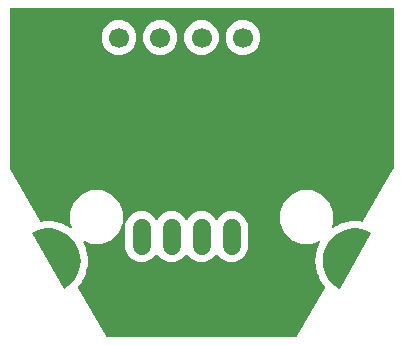
<source format=gbr>
G04 EAGLE Gerber RS-274X export*
G75*
%MOMM*%
%FSLAX34Y34*%
%LPD*%
%INTop Copper*%
%IPPOS*%
%AMOC8*
5,1,8,0,0,1.08239X$1,22.5*%
G01*
%ADD10C,1.700000*%
%ADD11C,1.524000*%
%ADD12C,1.000000*%

G36*
X254062Y11802D02*
X254062Y11802D01*
X254130Y11803D01*
X254183Y11821D01*
X254238Y11830D01*
X254298Y11862D01*
X254362Y11885D01*
X254406Y11919D01*
X254456Y11946D01*
X254502Y11995D01*
X254555Y12036D01*
X254602Y12100D01*
X254625Y12124D01*
X254634Y12143D01*
X254655Y12171D01*
X278468Y53419D01*
X278480Y53449D01*
X278498Y53476D01*
X278523Y53564D01*
X278555Y53649D01*
X278557Y53682D01*
X278565Y53713D01*
X278561Y53804D01*
X278564Y53895D01*
X278555Y53926D01*
X278554Y53958D01*
X278501Y54118D01*
X278472Y54180D01*
X278468Y54187D01*
X278465Y54195D01*
X278376Y54337D01*
X276978Y56088D01*
X276972Y56093D01*
X276968Y56101D01*
X276847Y56217D01*
X276519Y56468D01*
X276138Y57127D01*
X276117Y57153D01*
X276074Y57221D01*
X275599Y57816D01*
X275485Y58213D01*
X275481Y58221D01*
X275480Y58229D01*
X275413Y58383D01*
X274292Y60322D01*
X274286Y60329D01*
X274283Y60337D01*
X274181Y60470D01*
X273894Y60768D01*
X273616Y61476D01*
X273599Y61504D01*
X273566Y61578D01*
X273186Y62237D01*
X273132Y62647D01*
X273129Y62655D01*
X273129Y62663D01*
X273086Y62825D01*
X272266Y64910D01*
X272262Y64918D01*
X272260Y64926D01*
X272179Y65073D01*
X271939Y65410D01*
X271770Y66151D01*
X271757Y66182D01*
X271736Y66260D01*
X271458Y66968D01*
X271466Y67382D01*
X271464Y67390D01*
X271466Y67398D01*
X271447Y67565D01*
X270947Y69749D01*
X270944Y69757D01*
X270943Y69765D01*
X270885Y69923D01*
X270698Y70291D01*
X270641Y71050D01*
X270634Y71082D01*
X270624Y71163D01*
X270455Y71904D01*
X270524Y72312D01*
X270524Y72320D01*
X270527Y72329D01*
X270532Y72496D01*
X270364Y74730D01*
X270362Y74738D01*
X270363Y74747D01*
X270328Y74911D01*
X270199Y75304D01*
X270256Y76062D01*
X270253Y76095D01*
X270255Y76176D01*
X270198Y76935D01*
X270327Y77327D01*
X270329Y77336D01*
X270333Y77344D01*
X270363Y77509D01*
X270530Y79742D01*
X270529Y79751D01*
X270531Y79759D01*
X270521Y79927D01*
X270452Y80334D01*
X270621Y81076D01*
X270623Y81109D01*
X270638Y81189D01*
X270695Y81947D01*
X270881Y82316D01*
X270883Y82324D01*
X270888Y82331D01*
X270943Y82490D01*
X271441Y84674D01*
X271442Y84683D01*
X271445Y84691D01*
X271460Y84858D01*
X271452Y85271D01*
X271730Y85979D01*
X271737Y86011D01*
X271763Y86088D01*
X271932Y86830D01*
X272172Y87167D01*
X272175Y87175D01*
X272181Y87181D01*
X272259Y87329D01*
X273077Y89415D01*
X273079Y89423D01*
X273083Y89431D01*
X273123Y89594D01*
X273177Y90004D01*
X273557Y90663D01*
X273569Y90693D01*
X273606Y90765D01*
X273884Y91473D01*
X273890Y91479D01*
X273941Y91554D01*
X273999Y91623D01*
X274011Y91654D01*
X274030Y91682D01*
X274055Y91769D01*
X274087Y91853D01*
X274088Y91886D01*
X274098Y91918D01*
X274094Y92008D01*
X274097Y92099D01*
X274088Y92131D01*
X274087Y92164D01*
X274054Y92248D01*
X274029Y92335D01*
X274010Y92362D01*
X273998Y92393D01*
X273940Y92463D01*
X273889Y92537D01*
X273862Y92557D01*
X273841Y92582D01*
X273764Y92630D01*
X273691Y92684D01*
X273660Y92694D01*
X273631Y92712D01*
X273543Y92732D01*
X273457Y92760D01*
X273424Y92760D01*
X273392Y92767D01*
X273302Y92758D01*
X273211Y92757D01*
X273171Y92746D01*
X273147Y92743D01*
X273118Y92730D01*
X273050Y92711D01*
X267397Y90369D01*
X258383Y90369D01*
X250054Y93819D01*
X243679Y100194D01*
X240229Y108523D01*
X240229Y117537D01*
X243679Y125866D01*
X250054Y132241D01*
X258383Y135691D01*
X267397Y135691D01*
X275726Y132241D01*
X282101Y125866D01*
X285551Y117537D01*
X285551Y108523D01*
X284041Y104879D01*
X284035Y104853D01*
X284023Y104829D01*
X284007Y104733D01*
X283985Y104639D01*
X283988Y104613D01*
X283983Y104586D01*
X283999Y104491D01*
X284008Y104394D01*
X284019Y104370D01*
X284024Y104344D01*
X284069Y104258D01*
X284108Y104170D01*
X284126Y104150D01*
X284139Y104126D01*
X284209Y104060D01*
X284275Y103988D01*
X284298Y103976D01*
X284318Y103957D01*
X284405Y103917D01*
X284490Y103870D01*
X284517Y103865D01*
X284541Y103854D01*
X284637Y103843D01*
X284732Y103826D01*
X284759Y103830D01*
X284785Y103827D01*
X284880Y103848D01*
X284976Y103862D01*
X284999Y103874D01*
X285026Y103880D01*
X285174Y103959D01*
X285915Y104464D01*
X285921Y104470D01*
X285929Y104474D01*
X286053Y104586D01*
X286329Y104894D01*
X287014Y105225D01*
X287041Y105243D01*
X287113Y105281D01*
X287741Y105710D01*
X288146Y105795D01*
X288154Y105798D01*
X288162Y105798D01*
X288321Y105854D01*
X290338Y106827D01*
X290345Y106832D01*
X290354Y106834D01*
X290494Y106926D01*
X290812Y107190D01*
X291539Y107415D01*
X291569Y107429D01*
X291645Y107456D01*
X292330Y107787D01*
X292743Y107810D01*
X292751Y107812D01*
X292760Y107811D01*
X292925Y107843D01*
X295065Y108504D01*
X295073Y108507D01*
X295081Y108509D01*
X295082Y108509D01*
X295085Y108510D01*
X295233Y108579D01*
X295587Y108793D01*
X296340Y108906D01*
X296371Y108916D01*
X296451Y108932D01*
X297177Y109156D01*
X297589Y109117D01*
X297598Y109118D01*
X297606Y109116D01*
X297774Y109123D01*
X299989Y109457D01*
X299997Y109460D01*
X300005Y109460D01*
X300166Y109507D01*
X300548Y109665D01*
X301309Y109665D01*
X301342Y109671D01*
X301422Y109674D01*
X302175Y109788D01*
X302576Y109688D01*
X302585Y109687D01*
X302592Y109684D01*
X302759Y109666D01*
X304999Y109667D01*
X305008Y109668D01*
X305016Y109667D01*
X305183Y109689D01*
X305584Y109789D01*
X306336Y109675D01*
X306369Y109676D01*
X306449Y109667D01*
X307210Y109667D01*
X307592Y109509D01*
X307601Y109507D01*
X307608Y109503D01*
X307770Y109460D01*
X309985Y109127D01*
X309994Y109127D01*
X310002Y109124D01*
X310170Y109122D01*
X310262Y109130D01*
X310293Y109138D01*
X310325Y109139D01*
X310412Y109169D01*
X310500Y109193D01*
X310527Y109210D01*
X310557Y109221D01*
X310629Y109277D01*
X310706Y109327D01*
X310726Y109353D01*
X310751Y109372D01*
X310850Y109507D01*
X336427Y153810D01*
X336468Y153917D01*
X336511Y154024D01*
X336512Y154034D01*
X336514Y154040D01*
X336515Y154062D01*
X336529Y154190D01*
X336529Y289708D01*
X336526Y289728D01*
X336528Y289747D01*
X336506Y289849D01*
X336490Y289951D01*
X336480Y289968D01*
X336476Y289988D01*
X336423Y290077D01*
X336374Y290168D01*
X336360Y290182D01*
X336350Y290199D01*
X336271Y290266D01*
X336196Y290338D01*
X336178Y290346D01*
X336163Y290359D01*
X336067Y290398D01*
X335973Y290441D01*
X335953Y290443D01*
X335935Y290451D01*
X335768Y290469D01*
X12212Y290469D01*
X12192Y290466D01*
X12173Y290468D01*
X12071Y290446D01*
X11969Y290430D01*
X11952Y290420D01*
X11932Y290416D01*
X11843Y290363D01*
X11752Y290314D01*
X11738Y290300D01*
X11721Y290290D01*
X11654Y290211D01*
X11582Y290136D01*
X11574Y290118D01*
X11561Y290103D01*
X11522Y290007D01*
X11479Y289913D01*
X11477Y289893D01*
X11469Y289875D01*
X11451Y289708D01*
X11451Y154190D01*
X11469Y154077D01*
X11485Y153963D01*
X11489Y153954D01*
X11490Y153948D01*
X11501Y153928D01*
X11553Y153810D01*
X37130Y109507D01*
X37150Y109483D01*
X37164Y109454D01*
X37228Y109388D01*
X37286Y109317D01*
X37313Y109300D01*
X37335Y109277D01*
X37416Y109235D01*
X37494Y109186D01*
X37525Y109179D01*
X37554Y109164D01*
X37718Y109130D01*
X37810Y109122D01*
X37819Y109122D01*
X37827Y109120D01*
X37995Y109127D01*
X40210Y109460D01*
X40218Y109462D01*
X40227Y109463D01*
X40388Y109509D01*
X40770Y109667D01*
X41531Y109667D01*
X41563Y109672D01*
X41644Y109675D01*
X42396Y109789D01*
X42797Y109689D01*
X42806Y109688D01*
X42814Y109685D01*
X42981Y109667D01*
X45221Y109666D01*
X45229Y109667D01*
X45238Y109666D01*
X45404Y109688D01*
X45805Y109788D01*
X46558Y109674D01*
X46591Y109674D01*
X46671Y109665D01*
X47432Y109665D01*
X47814Y109507D01*
X47822Y109505D01*
X47829Y109500D01*
X47991Y109457D01*
X50206Y109123D01*
X50215Y109123D01*
X50223Y109120D01*
X50391Y109117D01*
X50803Y109156D01*
X51529Y108932D01*
X51562Y108927D01*
X51640Y108906D01*
X52393Y108793D01*
X52747Y108579D01*
X52755Y108576D01*
X52761Y108570D01*
X52915Y108504D01*
X55055Y107843D01*
X55064Y107841D01*
X55072Y107838D01*
X55237Y107810D01*
X55650Y107787D01*
X56335Y107456D01*
X56367Y107447D01*
X56441Y107415D01*
X57168Y107190D01*
X57486Y106926D01*
X57494Y106922D01*
X57499Y106916D01*
X57642Y106827D01*
X59659Y105854D01*
X59668Y105852D01*
X59675Y105847D01*
X59834Y105795D01*
X60239Y105710D01*
X60867Y105281D01*
X60897Y105268D01*
X60966Y105225D01*
X61651Y104894D01*
X61927Y104586D01*
X61933Y104580D01*
X61938Y104573D01*
X62065Y104464D01*
X62806Y103959D01*
X62831Y103947D01*
X62851Y103930D01*
X62941Y103896D01*
X63029Y103855D01*
X63056Y103852D01*
X63081Y103842D01*
X63177Y103838D01*
X63274Y103827D01*
X63300Y103833D01*
X63326Y103832D01*
X63420Y103859D01*
X63514Y103879D01*
X63537Y103893D01*
X63563Y103900D01*
X63642Y103955D01*
X63725Y104005D01*
X63743Y104025D01*
X63765Y104040D01*
X63823Y104118D01*
X63886Y104192D01*
X63896Y104216D01*
X63912Y104238D01*
X63942Y104330D01*
X63978Y104420D01*
X63979Y104446D01*
X63988Y104472D01*
X63987Y104569D01*
X63993Y104665D01*
X63986Y104691D01*
X63985Y104718D01*
X63939Y104879D01*
X62429Y108523D01*
X62429Y117537D01*
X65879Y125866D01*
X72254Y132241D01*
X80583Y135691D01*
X89597Y135691D01*
X97926Y132241D01*
X104301Y125866D01*
X107751Y117537D01*
X107751Y108523D01*
X104301Y100194D01*
X97926Y93819D01*
X89597Y90369D01*
X80583Y90369D01*
X74930Y92711D01*
X74842Y92731D01*
X74756Y92760D01*
X74723Y92759D01*
X74690Y92767D01*
X74600Y92758D01*
X74510Y92758D01*
X74479Y92747D01*
X74445Y92744D01*
X74363Y92707D01*
X74278Y92678D01*
X74251Y92657D01*
X74221Y92644D01*
X74154Y92583D01*
X74083Y92528D01*
X74064Y92500D01*
X74039Y92477D01*
X73996Y92398D01*
X73946Y92323D01*
X73937Y92291D01*
X73921Y92262D01*
X73905Y92173D01*
X73881Y92086D01*
X73883Y92053D01*
X73877Y92020D01*
X73890Y91931D01*
X73896Y91841D01*
X73908Y91810D01*
X73913Y91777D01*
X73954Y91696D01*
X73988Y91612D01*
X74014Y91579D01*
X74024Y91557D01*
X74047Y91535D01*
X74090Y91480D01*
X74096Y91473D01*
X74374Y90765D01*
X74390Y90737D01*
X74423Y90663D01*
X74803Y90004D01*
X74857Y89594D01*
X74859Y89585D01*
X74859Y89577D01*
X74903Y89415D01*
X75721Y87329D01*
X75725Y87322D01*
X75727Y87314D01*
X75808Y87167D01*
X76048Y86830D01*
X76217Y86088D01*
X76229Y86057D01*
X76250Y85979D01*
X76528Y85271D01*
X76520Y84858D01*
X76521Y84849D01*
X76520Y84841D01*
X76539Y84674D01*
X77037Y82490D01*
X77040Y82482D01*
X77041Y82473D01*
X77099Y82316D01*
X77285Y81947D01*
X77342Y81189D01*
X77350Y81157D01*
X77359Y81076D01*
X77528Y80334D01*
X77459Y79927D01*
X77459Y79918D01*
X77456Y79910D01*
X77450Y79742D01*
X77617Y77509D01*
X77619Y77500D01*
X77618Y77492D01*
X77652Y77327D01*
X77782Y76935D01*
X77725Y76176D01*
X77727Y76143D01*
X77724Y76062D01*
X77781Y75304D01*
X77652Y74911D01*
X77650Y74903D01*
X77647Y74895D01*
X77616Y74730D01*
X77448Y72496D01*
X77448Y72488D01*
X77446Y72479D01*
X77456Y72312D01*
X77525Y71904D01*
X77356Y71163D01*
X77354Y71130D01*
X77339Y71050D01*
X77282Y70292D01*
X77095Y69923D01*
X77093Y69914D01*
X77088Y69907D01*
X77033Y69749D01*
X76533Y67565D01*
X76533Y67557D01*
X76530Y67549D01*
X76514Y67381D01*
X76522Y66968D01*
X76244Y66260D01*
X76237Y66228D01*
X76210Y66151D01*
X76041Y65410D01*
X75801Y65073D01*
X75798Y65065D01*
X75792Y65059D01*
X75714Y64910D01*
X74894Y62825D01*
X74893Y62817D01*
X74888Y62809D01*
X74848Y62647D01*
X74794Y62237D01*
X74414Y61578D01*
X74402Y61547D01*
X74364Y61476D01*
X74086Y60768D01*
X73799Y60470D01*
X73794Y60463D01*
X73788Y60458D01*
X73688Y60322D01*
X72568Y58383D01*
X72564Y58375D01*
X72559Y58368D01*
X72495Y58213D01*
X72381Y57816D01*
X71906Y57221D01*
X71890Y57192D01*
X71842Y57127D01*
X71461Y56468D01*
X71133Y56217D01*
X71127Y56211D01*
X71120Y56206D01*
X71002Y56088D01*
X69604Y54337D01*
X69600Y54329D01*
X69594Y54323D01*
X69508Y54180D01*
X69479Y54118D01*
X69471Y54086D01*
X69455Y54058D01*
X69438Y53968D01*
X69414Y53880D01*
X69416Y53848D01*
X69410Y53816D01*
X69423Y53726D01*
X69428Y53635D01*
X69440Y53605D01*
X69444Y53573D01*
X69512Y53419D01*
X93325Y12171D01*
X93368Y12119D01*
X93403Y12061D01*
X93445Y12025D01*
X93481Y11981D01*
X93538Y11945D01*
X93590Y11901D01*
X93642Y11880D01*
X93689Y11850D01*
X93755Y11834D01*
X93818Y11809D01*
X93897Y11800D01*
X93929Y11793D01*
X93949Y11795D01*
X93985Y11791D01*
X253995Y11791D01*
X254062Y11802D01*
G37*
%LPC*%
G36*
X120462Y75183D02*
X120462Y75183D01*
X115420Y77272D01*
X111562Y81130D01*
X109473Y86172D01*
X109473Y106868D01*
X111562Y111910D01*
X115420Y115768D01*
X120462Y117857D01*
X125918Y117857D01*
X130960Y115768D01*
X134818Y111910D01*
X135187Y111021D01*
X135224Y110960D01*
X135254Y110895D01*
X135289Y110856D01*
X135316Y110812D01*
X135372Y110766D01*
X135420Y110713D01*
X135466Y110688D01*
X135506Y110655D01*
X135573Y110629D01*
X135636Y110595D01*
X135687Y110586D01*
X135735Y110567D01*
X135807Y110564D01*
X135878Y110551D01*
X135929Y110559D01*
X135981Y110557D01*
X136050Y110576D01*
X136121Y110587D01*
X136167Y110611D01*
X136217Y110625D01*
X136276Y110666D01*
X136340Y110698D01*
X136377Y110736D01*
X136419Y110765D01*
X136462Y110823D01*
X136512Y110874D01*
X136547Y110937D01*
X136566Y110963D01*
X136574Y110985D01*
X136593Y111021D01*
X136962Y111910D01*
X140820Y115768D01*
X145862Y117857D01*
X151318Y117857D01*
X156360Y115768D01*
X160218Y111910D01*
X160587Y111021D01*
X160624Y110960D01*
X160654Y110895D01*
X160689Y110856D01*
X160716Y110812D01*
X160772Y110766D01*
X160820Y110713D01*
X160866Y110688D01*
X160906Y110655D01*
X160973Y110629D01*
X161036Y110595D01*
X161087Y110586D01*
X161135Y110567D01*
X161207Y110564D01*
X161278Y110551D01*
X161329Y110559D01*
X161381Y110557D01*
X161450Y110576D01*
X161521Y110587D01*
X161567Y110611D01*
X161617Y110625D01*
X161676Y110666D01*
X161740Y110698D01*
X161777Y110736D01*
X161819Y110765D01*
X161862Y110823D01*
X161912Y110874D01*
X161947Y110937D01*
X161966Y110963D01*
X161974Y110985D01*
X161993Y111021D01*
X162362Y111910D01*
X166220Y115768D01*
X171262Y117857D01*
X176718Y117857D01*
X181760Y115768D01*
X185618Y111910D01*
X185987Y111021D01*
X186024Y110960D01*
X186054Y110895D01*
X186089Y110856D01*
X186116Y110812D01*
X186172Y110766D01*
X186220Y110713D01*
X186266Y110688D01*
X186306Y110655D01*
X186373Y110629D01*
X186436Y110595D01*
X186487Y110586D01*
X186535Y110567D01*
X186607Y110564D01*
X186678Y110551D01*
X186729Y110559D01*
X186781Y110557D01*
X186850Y110576D01*
X186921Y110587D01*
X186967Y110611D01*
X187017Y110625D01*
X187076Y110666D01*
X187140Y110698D01*
X187177Y110736D01*
X187219Y110765D01*
X187262Y110823D01*
X187312Y110874D01*
X187347Y110937D01*
X187366Y110963D01*
X187374Y110985D01*
X187393Y111021D01*
X187762Y111910D01*
X191620Y115768D01*
X196662Y117857D01*
X202118Y117857D01*
X207160Y115768D01*
X211018Y111910D01*
X213107Y106868D01*
X213107Y86172D01*
X211018Y81130D01*
X207160Y77272D01*
X202118Y75183D01*
X196662Y75183D01*
X191620Y77272D01*
X187762Y81130D01*
X187393Y82019D01*
X187356Y82080D01*
X187326Y82145D01*
X187291Y82184D01*
X187264Y82228D01*
X187209Y82274D01*
X187160Y82327D01*
X187114Y82352D01*
X187074Y82385D01*
X187007Y82411D01*
X186944Y82445D01*
X186893Y82454D01*
X186845Y82473D01*
X186773Y82476D01*
X186702Y82489D01*
X186651Y82481D01*
X186599Y82483D01*
X186530Y82464D01*
X186459Y82453D01*
X186413Y82429D01*
X186363Y82415D01*
X186304Y82374D01*
X186240Y82342D01*
X186203Y82304D01*
X186161Y82275D01*
X186118Y82217D01*
X186068Y82166D01*
X186033Y82103D01*
X186014Y82077D01*
X186007Y82055D01*
X185987Y82019D01*
X185618Y81130D01*
X181760Y77272D01*
X176718Y75183D01*
X171262Y75183D01*
X166220Y77272D01*
X162362Y81130D01*
X161993Y82019D01*
X161956Y82080D01*
X161926Y82145D01*
X161891Y82184D01*
X161864Y82228D01*
X161809Y82274D01*
X161760Y82327D01*
X161714Y82352D01*
X161674Y82385D01*
X161607Y82411D01*
X161544Y82445D01*
X161493Y82454D01*
X161445Y82473D01*
X161373Y82476D01*
X161302Y82489D01*
X161251Y82481D01*
X161199Y82483D01*
X161130Y82464D01*
X161059Y82453D01*
X161013Y82429D01*
X160963Y82415D01*
X160904Y82374D01*
X160840Y82342D01*
X160803Y82304D01*
X160761Y82275D01*
X160718Y82217D01*
X160668Y82166D01*
X160633Y82103D01*
X160614Y82077D01*
X160607Y82055D01*
X160587Y82019D01*
X160218Y81130D01*
X156360Y77272D01*
X151318Y75183D01*
X145862Y75183D01*
X140820Y77272D01*
X136962Y81130D01*
X136593Y82019D01*
X136556Y82080D01*
X136526Y82145D01*
X136491Y82184D01*
X136464Y82228D01*
X136409Y82274D01*
X136360Y82327D01*
X136314Y82352D01*
X136274Y82385D01*
X136207Y82411D01*
X136144Y82445D01*
X136093Y82454D01*
X136045Y82473D01*
X135973Y82476D01*
X135902Y82489D01*
X135851Y82481D01*
X135799Y82483D01*
X135730Y82464D01*
X135659Y82453D01*
X135613Y82429D01*
X135563Y82415D01*
X135504Y82374D01*
X135440Y82342D01*
X135403Y82304D01*
X135361Y82275D01*
X135318Y82217D01*
X135268Y82166D01*
X135233Y82103D01*
X135214Y82077D01*
X135207Y82055D01*
X135187Y82019D01*
X134818Y81130D01*
X130960Y77272D01*
X125918Y75183D01*
X120462Y75183D01*
G37*
%LPD*%
G36*
X290418Y52241D02*
X290418Y52241D01*
X290491Y52241D01*
X290516Y52252D01*
X290543Y52255D01*
X290607Y52291D01*
X290674Y52319D01*
X290693Y52339D01*
X290716Y52352D01*
X290784Y52433D01*
X290812Y52463D01*
X290815Y52472D01*
X290822Y52481D01*
X317822Y99281D01*
X317831Y99306D01*
X317847Y99329D01*
X317862Y99400D01*
X317886Y99469D01*
X317883Y99496D01*
X317889Y99523D01*
X317876Y99594D01*
X317870Y99667D01*
X317857Y99692D01*
X317852Y99718D01*
X317812Y99779D01*
X317778Y99844D01*
X317757Y99861D01*
X317742Y99884D01*
X317656Y99945D01*
X317625Y99970D01*
X317616Y99973D01*
X317606Y99980D01*
X313968Y101731D01*
X313937Y101738D01*
X313899Y101758D01*
X310040Y102947D01*
X310008Y102950D01*
X309967Y102963D01*
X305974Y103564D01*
X305943Y103562D01*
X305900Y103569D01*
X301862Y103568D01*
X301831Y103562D01*
X301788Y103562D01*
X297796Y102959D01*
X297766Y102948D01*
X297723Y102943D01*
X293865Y101751D01*
X293837Y101736D01*
X293796Y101724D01*
X290158Y99971D01*
X290133Y99952D01*
X290094Y99934D01*
X286758Y97658D01*
X286736Y97635D01*
X286700Y97612D01*
X283741Y94864D01*
X283722Y94839D01*
X283690Y94810D01*
X281174Y91652D01*
X281159Y91624D01*
X281132Y91590D01*
X279114Y88093D01*
X279104Y88063D01*
X279082Y88026D01*
X277608Y84267D01*
X277602Y84235D01*
X277586Y84195D01*
X276689Y80259D01*
X276688Y80227D01*
X276678Y80185D01*
X276377Y76159D01*
X276381Y76127D01*
X276377Y76084D01*
X276680Y72058D01*
X276689Y72027D01*
X276691Y71984D01*
X277591Y68048D01*
X277604Y68019D01*
X277613Y67976D01*
X279089Y64218D01*
X279107Y64191D01*
X279122Y64151D01*
X281142Y60655D01*
X281163Y60631D01*
X281184Y60593D01*
X283702Y57437D01*
X283727Y57417D01*
X283753Y57383D01*
X286714Y54637D01*
X286741Y54621D01*
X286772Y54591D01*
X290109Y52317D01*
X290134Y52307D01*
X290155Y52290D01*
X290225Y52269D01*
X290292Y52240D01*
X290320Y52241D01*
X290346Y52233D01*
X290418Y52241D01*
G37*
G36*
X57594Y52240D02*
X57594Y52240D01*
X57667Y52237D01*
X57693Y52246D01*
X57720Y52248D01*
X57816Y52292D01*
X57854Y52306D01*
X57861Y52313D01*
X57871Y52317D01*
X61208Y54591D01*
X61230Y54614D01*
X61266Y54637D01*
X64227Y57383D01*
X64246Y57409D01*
X64278Y57437D01*
X66796Y60593D01*
X66811Y60622D01*
X66838Y60655D01*
X68858Y64151D01*
X68868Y64181D01*
X68891Y64218D01*
X70367Y67976D01*
X70372Y68008D01*
X70389Y68048D01*
X71289Y71984D01*
X71289Y72016D01*
X71300Y72058D01*
X71603Y76084D01*
X71599Y76115D01*
X71603Y76159D01*
X71302Y80185D01*
X71294Y80216D01*
X71291Y80259D01*
X70394Y84195D01*
X70381Y84224D01*
X70372Y84267D01*
X68898Y88026D01*
X68881Y88053D01*
X68866Y88093D01*
X66848Y91590D01*
X66827Y91614D01*
X66806Y91652D01*
X64290Y94810D01*
X64265Y94830D01*
X64239Y94864D01*
X61280Y97612D01*
X61253Y97628D01*
X61222Y97658D01*
X57886Y99934D01*
X57857Y99946D01*
X57822Y99971D01*
X54185Y101724D01*
X54154Y101732D01*
X54115Y101751D01*
X50257Y102943D01*
X50225Y102946D01*
X50184Y102959D01*
X46192Y103562D01*
X46160Y103561D01*
X46118Y103568D01*
X42080Y103569D01*
X42049Y103563D01*
X42006Y103564D01*
X38013Y102963D01*
X37983Y102952D01*
X37940Y102947D01*
X34081Y101758D01*
X34053Y101743D01*
X34012Y101731D01*
X30374Y99980D01*
X30352Y99963D01*
X30326Y99954D01*
X30273Y99904D01*
X30215Y99860D01*
X30202Y99836D01*
X30182Y99817D01*
X30152Y99751D01*
X30116Y99687D01*
X30113Y99660D01*
X30102Y99635D01*
X30101Y99562D01*
X30092Y99490D01*
X30100Y99464D01*
X30100Y99436D01*
X30136Y99338D01*
X30148Y99299D01*
X30154Y99291D01*
X30158Y99281D01*
X57158Y52481D01*
X57176Y52460D01*
X57187Y52435D01*
X57241Y52386D01*
X57289Y52332D01*
X57314Y52320D01*
X57334Y52301D01*
X57403Y52277D01*
X57469Y52246D01*
X57496Y52245D01*
X57521Y52235D01*
X57594Y52240D01*
G37*
%LPC*%
G36*
X206087Y250563D02*
X206087Y250563D01*
X200722Y252786D01*
X196616Y256892D01*
X194393Y262257D01*
X194393Y268063D01*
X196616Y273428D01*
X200722Y277534D01*
X206087Y279757D01*
X211893Y279757D01*
X217258Y277534D01*
X221364Y273428D01*
X223587Y268063D01*
X223587Y262257D01*
X221364Y256892D01*
X217258Y252786D01*
X211893Y250563D01*
X206087Y250563D01*
G37*
%LPD*%
%LPC*%
G36*
X171087Y250563D02*
X171087Y250563D01*
X165722Y252786D01*
X161616Y256892D01*
X159393Y262257D01*
X159393Y268063D01*
X161616Y273428D01*
X165722Y277534D01*
X171087Y279757D01*
X176893Y279757D01*
X182258Y277534D01*
X186364Y273428D01*
X188587Y268063D01*
X188587Y262257D01*
X186364Y256892D01*
X182258Y252786D01*
X176893Y250563D01*
X171087Y250563D01*
G37*
%LPD*%
%LPC*%
G36*
X136087Y250563D02*
X136087Y250563D01*
X130722Y252786D01*
X126616Y256892D01*
X124393Y262257D01*
X124393Y268063D01*
X126616Y273428D01*
X130722Y277534D01*
X136087Y279757D01*
X141893Y279757D01*
X147258Y277534D01*
X151364Y273428D01*
X153587Y268063D01*
X153587Y262257D01*
X151364Y256892D01*
X147258Y252786D01*
X141893Y250563D01*
X136087Y250563D01*
G37*
%LPD*%
%LPC*%
G36*
X101087Y250563D02*
X101087Y250563D01*
X95722Y252786D01*
X91616Y256892D01*
X89393Y262257D01*
X89393Y268063D01*
X91616Y273428D01*
X95722Y277534D01*
X101087Y279757D01*
X106893Y279757D01*
X112258Y277534D01*
X116364Y273428D01*
X118587Y268063D01*
X118587Y262257D01*
X116364Y256892D01*
X112258Y252786D01*
X106893Y250563D01*
X101087Y250563D01*
G37*
%LPD*%
D10*
X243990Y265160D03*
X208990Y265160D03*
X173990Y265160D03*
X138990Y265160D03*
X103990Y265160D03*
D11*
X224790Y104140D02*
X224790Y88900D01*
X199390Y88900D02*
X199390Y104140D01*
X173990Y104140D02*
X173990Y88900D01*
X148590Y88900D02*
X148590Y104140D01*
X123190Y104140D02*
X123190Y88900D01*
D12*
X297890Y79630D03*
X50090Y79630D03*
M02*

</source>
